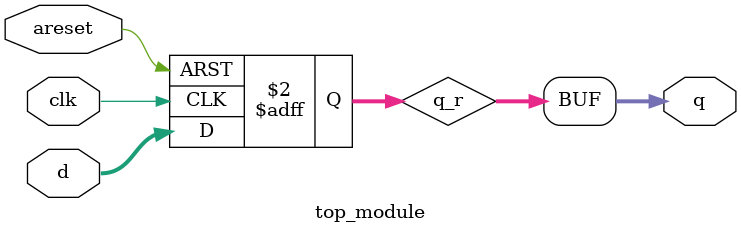
<source format=v>

`default_nettype none

module top_module (
    input           clk,
    input           areset,
    input   [7:0]   d,
    output  [7:0]   q
);

    reg [7:0]   q_r;
    always @(posedge clk, posedge areset) begin
        if (areset)
            q_r <= '0;
        else
            q_r <= d;
    end

    assign q = q_r;

endmodule
</source>
